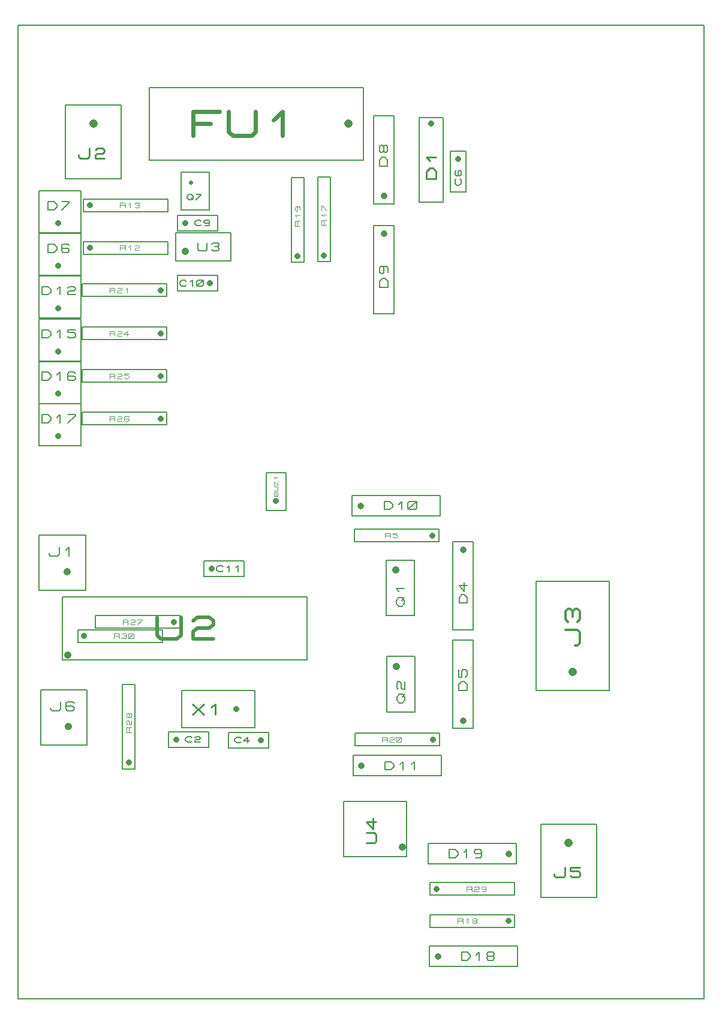
<source format=gbr>
G04 PROTEUS GERBER X2 FILE*
%TF.GenerationSoftware,Labcenter,Proteus,8.15-SP1-Build34318*%
%TF.CreationDate,2023-09-22T16:19:49+00:00*%
%TF.FileFunction,AssemblyDrawing,Top*%
%TF.FilePolarity,Positive*%
%TF.Part,Single*%
%TF.SameCoordinates,{735288ba-824c-4c16-a6a1-7709d7ab745a}*%
%FSLAX45Y45*%
%MOMM*%
G01*
%TA.AperFunction,Profile*%
%ADD20C,0.203200*%
%TA.AperFunction,Material*%
%ADD30C,0.203200*%
%ADD31C,1.219200*%
%ADD32C,0.229610*%
%ADD33C,0.562240*%
%ADD34C,0.812800*%
%ADD35C,0.224020*%
%ADD36C,0.133060*%
%ADD37C,0.190500*%
%ADD38C,0.110230*%
%ADD39C,0.914400*%
%ADD40C,0.186690*%
%ADD41C,0.609600*%
%ADD42C,0.127000*%
%ADD43C,1.016000*%
%ADD44C,0.507080*%
%ADD45C,0.237060*%
%ADD46C,0.211660*%
%ADD47C,0.082550*%
%ADD48C,0.221140*%
%ADD49C,0.331890*%
%TD.AperFunction*%
D20*
X-8214500Y-7201500D02*
X+1472000Y-7201500D01*
X+1472000Y+6540500D01*
X-8214500Y+6540500D01*
X-8214500Y-7201500D01*
D30*
X-7541160Y+4377840D02*
X-6758840Y+4377840D01*
X-6758840Y+5414160D01*
X-7541160Y+5414160D01*
X-7541160Y+4377840D01*
D31*
X-7150000Y+5150000D02*
X-7150000Y+5150000D01*
D32*
X-7356654Y+4710478D02*
X-7356654Y+4687516D01*
X-7330823Y+4664555D01*
X-7227496Y+4664555D01*
X-7201664Y+4687516D01*
X-7201664Y+4802324D01*
X-7124169Y+4779363D02*
X-7098337Y+4802324D01*
X-7020842Y+4802324D01*
X-6995010Y+4779363D01*
X-6995010Y+4756401D01*
X-7020842Y+4733440D01*
X-7098337Y+4733440D01*
X-7124169Y+4710478D01*
X-7124169Y+4664555D01*
X-6995010Y+4664555D01*
D30*
X-6360160Y+4639840D02*
X-3339840Y+4639840D01*
X-3339840Y+5660160D01*
X-6360160Y+5660160D01*
X-6360160Y+4639840D01*
D31*
X-3550000Y+5150000D02*
X-3550000Y+5150000D01*
D33*
X-5744584Y+4981328D02*
X-5744584Y+5318672D01*
X-5365072Y+5318672D01*
X-5744584Y+5150000D02*
X-5491576Y+5150000D01*
X-5238568Y+5318672D02*
X-5238568Y+5037552D01*
X-5175316Y+4981328D01*
X-4922308Y+4981328D01*
X-4859056Y+5037552D01*
X-4859056Y+5318672D01*
X-4606048Y+5206224D02*
X-4479544Y+5318672D01*
X-4479544Y+4981328D01*
D30*
X-2548680Y+4045100D02*
X-2208320Y+4045100D01*
X-2208320Y+5238900D01*
X-2548680Y+5238900D01*
X-2548680Y+4045100D01*
D34*
X-2378500Y+5150000D02*
X-2378500Y+5150000D01*
D35*
X-2311291Y+4375605D02*
X-2445708Y+4375605D01*
X-2445708Y+4476417D01*
X-2400902Y+4526823D01*
X-2356097Y+4526823D01*
X-2311291Y+4476417D01*
X-2311291Y+4375605D01*
X-2400902Y+4627636D02*
X-2445708Y+4678042D01*
X-2311291Y+4678042D01*
D30*
X-2110160Y+4189840D02*
X-1889840Y+4189840D01*
X-1889840Y+4760160D01*
X-2110160Y+4760160D01*
X-2110160Y+4189840D01*
D34*
X-2000000Y+4650000D02*
X-2000000Y+4650000D01*
D36*
X-1973386Y+4369660D02*
X-1960080Y+4354690D01*
X-1960080Y+4309780D01*
X-1986693Y+4279841D01*
X-2013306Y+4279841D01*
X-2039919Y+4309780D01*
X-2039919Y+4354690D01*
X-2026613Y+4369660D01*
X-2026613Y+4489419D02*
X-2039919Y+4474449D01*
X-2039919Y+4429539D01*
X-2026613Y+4414569D01*
X-1973386Y+4414569D01*
X-1960080Y+4429539D01*
X-1960080Y+4474449D01*
X-1973386Y+4489419D01*
X-1986693Y+4489419D01*
X-2000000Y+4474449D01*
X-2000000Y+4414569D01*
D30*
X-7914160Y+3008840D02*
X-7322340Y+3008840D01*
X-7322340Y+3600660D01*
X-7914160Y+3600660D01*
X-7914160Y+3008840D01*
D34*
X-7650000Y+3146000D02*
X-7650000Y+3146000D01*
D37*
X-7789700Y+3336500D02*
X-7789700Y+3450800D01*
X-7703975Y+3450800D01*
X-7661113Y+3412700D01*
X-7661113Y+3374600D01*
X-7703975Y+3336500D01*
X-7789700Y+3336500D01*
X-7489663Y+3431750D02*
X-7511094Y+3450800D01*
X-7575388Y+3450800D01*
X-7596819Y+3431750D01*
X-7596819Y+3355550D01*
X-7575388Y+3336500D01*
X-7511094Y+3336500D01*
X-7489663Y+3355550D01*
X-7489663Y+3374600D01*
X-7511094Y+3393650D01*
X-7596819Y+3393650D01*
D30*
X-7288900Y+3311100D02*
X-6095100Y+3311100D01*
X-6095100Y+3488900D01*
X-7288900Y+3488900D01*
X-7288900Y+3311100D01*
D34*
X-7200000Y+3400000D02*
X-7200000Y+3400000D01*
D38*
X-6776048Y+3366929D02*
X-6776048Y+3433070D01*
X-6714041Y+3433070D01*
X-6701639Y+3422047D01*
X-6701639Y+3411023D01*
X-6714041Y+3400000D01*
X-6776048Y+3400000D01*
X-6714041Y+3400000D02*
X-6701639Y+3388976D01*
X-6701639Y+3366929D01*
X-6652033Y+3411023D02*
X-6627230Y+3433070D01*
X-6627230Y+3366929D01*
X-6565223Y+3422047D02*
X-6552821Y+3433070D01*
X-6515617Y+3433070D01*
X-6503215Y+3422047D01*
X-6503215Y+3411023D01*
X-6515617Y+3400000D01*
X-6552821Y+3400000D01*
X-6565223Y+3388976D01*
X-6565223Y+3366929D01*
X-6503215Y+3366929D01*
D30*
X-7914160Y+3608840D02*
X-7322340Y+3608840D01*
X-7322340Y+4200660D01*
X-7914160Y+4200660D01*
X-7914160Y+3608840D01*
D34*
X-7650000Y+3746000D02*
X-7650000Y+3746000D01*
D37*
X-7789700Y+3936500D02*
X-7789700Y+4050800D01*
X-7703975Y+4050800D01*
X-7661113Y+4012700D01*
X-7661113Y+3974600D01*
X-7703975Y+3936500D01*
X-7789700Y+3936500D01*
X-7596819Y+4050800D02*
X-7489663Y+4050800D01*
X-7489663Y+4031750D01*
X-7596819Y+3936500D01*
D30*
X-7288900Y+3911100D02*
X-6095100Y+3911100D01*
X-6095100Y+4088900D01*
X-7288900Y+4088900D01*
X-7288900Y+3911100D01*
D34*
X-7200000Y+4000000D02*
X-7200000Y+4000000D01*
D38*
X-6776048Y+3966929D02*
X-6776048Y+4033070D01*
X-6714041Y+4033070D01*
X-6701639Y+4022047D01*
X-6701639Y+4011023D01*
X-6714041Y+4000000D01*
X-6776048Y+4000000D01*
X-6714041Y+4000000D02*
X-6701639Y+3988976D01*
X-6701639Y+3966929D01*
X-6652033Y+4011023D02*
X-6627230Y+4033070D01*
X-6627230Y+3966929D01*
X-6565223Y+4022047D02*
X-6552821Y+4033070D01*
X-6515617Y+4033070D01*
X-6503215Y+4022047D01*
X-6503215Y+4011023D01*
X-6515617Y+4000000D01*
X-6503215Y+3988976D01*
X-6503215Y+3977952D01*
X-6515617Y+3966929D01*
X-6552821Y+3966929D01*
X-6565223Y+3977952D01*
X-6540420Y+4000000D02*
X-6515617Y+4000000D01*
D30*
X-3194780Y+4019700D02*
X-2907760Y+4019700D01*
X-2907760Y+5264300D01*
X-3194780Y+5264300D01*
X-3194780Y+4019700D01*
D39*
X-3050000Y+4134000D02*
X-3050000Y+4134000D01*
D40*
X-2995263Y+4553989D02*
X-3107277Y+4553989D01*
X-3107277Y+4637999D01*
X-3069939Y+4680004D01*
X-3032601Y+4680004D01*
X-2995263Y+4637999D01*
X-2995263Y+4553989D01*
X-3051270Y+4764015D02*
X-3069939Y+4743012D01*
X-3088608Y+4743012D01*
X-3107277Y+4764015D01*
X-3107277Y+4827023D01*
X-3088608Y+4848025D01*
X-3069939Y+4848025D01*
X-3051270Y+4827023D01*
X-3051270Y+4764015D01*
X-3032601Y+4743012D01*
X-3013932Y+4743012D01*
X-2995263Y+4764015D01*
X-2995263Y+4827023D01*
X-3013932Y+4848025D01*
X-3032601Y+4848025D01*
X-3051270Y+4827023D01*
D30*
X-3983400Y+3205200D02*
X-3805600Y+3205200D01*
X-3805600Y+4399000D01*
X-3983400Y+4399000D01*
X-3983400Y+3205200D01*
D34*
X-3894500Y+3294100D02*
X-3894500Y+3294100D01*
D38*
X-3861429Y+3718052D02*
X-3927570Y+3718052D01*
X-3927570Y+3780059D01*
X-3916547Y+3792461D01*
X-3905523Y+3792461D01*
X-3894500Y+3780059D01*
X-3894500Y+3718052D01*
X-3894500Y+3780059D02*
X-3883476Y+3792461D01*
X-3861429Y+3792461D01*
X-3905523Y+3842067D02*
X-3927570Y+3866870D01*
X-3861429Y+3866870D01*
X-3927570Y+3928877D02*
X-3927570Y+3990885D01*
X-3916547Y+3990885D01*
X-3861429Y+3928877D01*
D30*
X-5914160Y+3935840D02*
X-5512840Y+3935840D01*
X-5512840Y+4464160D01*
X-5914160Y+4464160D01*
X-5914160Y+3935840D01*
D41*
X-5777000Y+4327000D02*
X-5777000Y+4327000D01*
D42*
X-5827800Y+4128880D02*
X-5799225Y+4154280D01*
X-5770650Y+4154280D01*
X-5742075Y+4128880D01*
X-5742075Y+4103480D01*
X-5770650Y+4078080D01*
X-5799225Y+4078080D01*
X-5827800Y+4103480D01*
X-5827800Y+4128880D01*
X-5770650Y+4103480D02*
X-5742075Y+4078080D01*
X-5699213Y+4154280D02*
X-5627775Y+4154280D01*
X-5627775Y+4141580D01*
X-5699213Y+4078080D01*
D30*
X-4354900Y+3195100D02*
X-4177100Y+3195100D01*
X-4177100Y+4388900D01*
X-4354900Y+4388900D01*
X-4354900Y+3195100D01*
D34*
X-4266000Y+3284000D02*
X-4266000Y+3284000D01*
D38*
X-4232929Y+3707952D02*
X-4299070Y+3707952D01*
X-4299070Y+3769959D01*
X-4288047Y+3782361D01*
X-4277023Y+3782361D01*
X-4266000Y+3769959D01*
X-4266000Y+3707952D01*
X-4266000Y+3769959D02*
X-4254976Y+3782361D01*
X-4232929Y+3782361D01*
X-4277023Y+3831967D02*
X-4299070Y+3856770D01*
X-4232929Y+3856770D01*
X-4277023Y+3980785D02*
X-4266000Y+3968383D01*
X-4266000Y+3931179D01*
X-4277023Y+3918777D01*
X-4288047Y+3918777D01*
X-4299070Y+3931179D01*
X-4299070Y+3968383D01*
X-4288047Y+3980785D01*
X-4243952Y+3980785D01*
X-4232929Y+3968383D01*
X-4232929Y+3931179D01*
D30*
X-3192240Y+2469700D02*
X-2905220Y+2469700D01*
X-2905220Y+3714300D01*
X-3192240Y+3714300D01*
X-3192240Y+2469700D01*
D39*
X-3050000Y+3600000D02*
X-3050000Y+3600000D01*
D40*
X-2992723Y+2843969D02*
X-3104737Y+2843969D01*
X-3104737Y+2927979D01*
X-3067399Y+2969984D01*
X-3030061Y+2969984D01*
X-2992723Y+2927979D01*
X-2992723Y+2843969D01*
X-3067399Y+3138005D02*
X-3048730Y+3117003D01*
X-3048730Y+3053995D01*
X-3067399Y+3032992D01*
X-3086068Y+3032992D01*
X-3104737Y+3053995D01*
X-3104737Y+3117003D01*
X-3086068Y+3138005D01*
X-3011392Y+3138005D01*
X-2992723Y+3117003D01*
X-2992723Y+3053995D01*
D30*
X-5987160Y+3212840D02*
X-5204840Y+3212840D01*
X-5204840Y+3614160D01*
X-5987160Y+3614160D01*
X-5987160Y+3212840D01*
D43*
X-5850000Y+3350000D02*
X-5850000Y+3350000D01*
D37*
X-5674231Y+3470903D02*
X-5674231Y+3375230D01*
X-5652705Y+3356096D01*
X-5566600Y+3356096D01*
X-5545073Y+3375230D01*
X-5545073Y+3470903D01*
X-5480494Y+3451769D02*
X-5458968Y+3470903D01*
X-5394389Y+3470903D01*
X-5372862Y+3451769D01*
X-5372862Y+3432634D01*
X-5394389Y+3413500D01*
X-5372862Y+3394365D01*
X-5372862Y+3375230D01*
X-5394389Y+3356096D01*
X-5458968Y+3356096D01*
X-5480494Y+3375230D01*
X-5437441Y+3413500D02*
X-5394389Y+3413500D01*
D30*
X-5960160Y+2789840D02*
X-5389840Y+2789840D01*
X-5389840Y+3010160D01*
X-5960160Y+3010160D01*
X-5960160Y+2789840D01*
D34*
X-5500000Y+2900000D02*
X-5500000Y+2900000D01*
D36*
X-5840219Y+2873386D02*
X-5855189Y+2860080D01*
X-5900099Y+2860080D01*
X-5930038Y+2886693D01*
X-5930038Y+2913306D01*
X-5900099Y+2939919D01*
X-5855189Y+2939919D01*
X-5840219Y+2926613D01*
X-5780340Y+2913306D02*
X-5750400Y+2939919D01*
X-5750400Y+2860080D01*
X-5690520Y+2873386D02*
X-5690520Y+2926613D01*
X-5675551Y+2939919D01*
X-5615671Y+2939919D01*
X-5600701Y+2926613D01*
X-5600701Y+2873386D01*
X-5615671Y+2860080D01*
X-5675551Y+2860080D01*
X-5690520Y+2873386D01*
X-5690520Y+2860080D02*
X-5600701Y+2939919D01*
D30*
X-5960160Y+3639840D02*
X-5389840Y+3639840D01*
X-5389840Y+3860160D01*
X-5960160Y+3860160D01*
X-5960160Y+3639840D01*
D34*
X-5850000Y+3750000D02*
X-5850000Y+3750000D01*
D36*
X-5629540Y+3723386D02*
X-5644510Y+3710080D01*
X-5689420Y+3710080D01*
X-5719359Y+3736693D01*
X-5719359Y+3763306D01*
X-5689420Y+3789919D01*
X-5644510Y+3789919D01*
X-5629540Y+3776613D01*
X-5509781Y+3763306D02*
X-5524751Y+3750000D01*
X-5569661Y+3750000D01*
X-5584631Y+3763306D01*
X-5584631Y+3776613D01*
X-5569661Y+3789919D01*
X-5524751Y+3789919D01*
X-5509781Y+3776613D01*
X-5509781Y+3723386D01*
X-5524751Y+3710080D01*
X-5569661Y+3710080D01*
D30*
X-7582760Y-2414400D02*
X-4133440Y-2414400D01*
X-4133440Y-1525400D01*
X-7582760Y-1525400D01*
X-7582760Y-2414400D01*
D43*
X-7511100Y-2350900D02*
X-7511100Y-2350900D01*
D44*
X-6253246Y-1817774D02*
X-6253246Y-2071317D01*
X-6196199Y-2122025D01*
X-5968011Y-2122025D01*
X-5910964Y-2071317D01*
X-5910964Y-1817774D01*
X-5739823Y-1868483D02*
X-5682776Y-1817774D01*
X-5511635Y-1817774D01*
X-5454588Y-1868483D01*
X-5454588Y-1919191D01*
X-5511635Y-1969900D01*
X-5682776Y-1969900D01*
X-5739823Y-2020608D01*
X-5739823Y-2122025D01*
X-5454588Y-2122025D01*
D30*
X-5590160Y-1240160D02*
X-5019840Y-1240160D01*
X-5019840Y-1019840D01*
X-5590160Y-1019840D01*
X-5590160Y-1240160D01*
D34*
X-5480000Y-1130000D02*
X-5480000Y-1130000D01*
D36*
X-5319419Y-1156614D02*
X-5334389Y-1169920D01*
X-5379299Y-1169920D01*
X-5409238Y-1143307D01*
X-5409238Y-1116694D01*
X-5379299Y-1090081D01*
X-5334389Y-1090081D01*
X-5319419Y-1103387D01*
X-5259540Y-1116694D02*
X-5229600Y-1090081D01*
X-5229600Y-1169920D01*
X-5139781Y-1116694D02*
X-5109841Y-1090081D01*
X-5109841Y-1169920D01*
D30*
X-5902360Y-3376855D02*
X-4866040Y-3376855D01*
X-4866040Y-2848535D01*
X-5902360Y-2848535D01*
X-5902360Y-3376855D01*
D34*
X-5130200Y-3112695D02*
X-5130200Y-3112695D01*
D45*
X-5749959Y-3041576D02*
X-5589940Y-3183815D01*
X-5749959Y-3183815D02*
X-5589940Y-3041576D01*
X-5483261Y-3088989D02*
X-5429921Y-3041576D01*
X-5429921Y-3183815D01*
D30*
X-6090160Y-3650160D02*
X-5519840Y-3650160D01*
X-5519840Y-3429840D01*
X-6090160Y-3429840D01*
X-6090160Y-3650160D01*
D34*
X-5980000Y-3540000D02*
X-5980000Y-3540000D01*
D36*
X-5759540Y-3566614D02*
X-5774510Y-3579920D01*
X-5819420Y-3579920D01*
X-5849359Y-3553307D01*
X-5849359Y-3526694D01*
X-5819420Y-3500081D01*
X-5774510Y-3500081D01*
X-5759540Y-3513387D01*
X-5714631Y-3513387D02*
X-5699661Y-3500081D01*
X-5654751Y-3500081D01*
X-5639781Y-3513387D01*
X-5639781Y-3526694D01*
X-5654751Y-3540000D01*
X-5699661Y-3540000D01*
X-5714631Y-3553307D01*
X-5714631Y-3579920D01*
X-5639781Y-3579920D01*
D30*
X-5243165Y-3659365D02*
X-4672845Y-3659365D01*
X-4672845Y-3439045D01*
X-5243165Y-3439045D01*
X-5243165Y-3659365D01*
D34*
X-4783005Y-3549205D02*
X-4783005Y-3549205D01*
D36*
X-5063345Y-3575819D02*
X-5078315Y-3589125D01*
X-5123225Y-3589125D01*
X-5153164Y-3562512D01*
X-5153164Y-3535899D01*
X-5123225Y-3509286D01*
X-5078315Y-3509286D01*
X-5063345Y-3522592D01*
X-4943586Y-3562512D02*
X-5033405Y-3562512D01*
X-4973526Y-3509286D01*
X-4973526Y-3589125D01*
D30*
X-7912960Y-1433960D02*
X-7257640Y-1433960D01*
X-7257640Y-651640D01*
X-7912960Y-651640D01*
X-7912960Y-1433960D01*
D43*
X-7521800Y-1169800D02*
X-7521800Y-1169800D01*
D46*
X-7775799Y-906487D02*
X-7775799Y-927654D01*
X-7751987Y-948820D01*
X-7656738Y-948820D01*
X-7632925Y-927654D01*
X-7632925Y-821821D01*
X-7537676Y-864154D02*
X-7490051Y-821821D01*
X-7490051Y-948820D01*
D30*
X-7304900Y+2711100D02*
X-6111100Y+2711100D01*
X-6111100Y+2888900D01*
X-7304900Y+2888900D01*
X-7304900Y+2711100D01*
D34*
X-6200000Y+2800000D02*
X-6200000Y+2800000D01*
D38*
X-6921588Y+2766929D02*
X-6921588Y+2833070D01*
X-6859581Y+2833070D01*
X-6847179Y+2822047D01*
X-6847179Y+2811023D01*
X-6859581Y+2800000D01*
X-6921588Y+2800000D01*
X-6859581Y+2800000D02*
X-6847179Y+2788976D01*
X-6847179Y+2766929D01*
X-6809975Y+2822047D02*
X-6797573Y+2833070D01*
X-6760369Y+2833070D01*
X-6747967Y+2822047D01*
X-6747967Y+2811023D01*
X-6760369Y+2800000D01*
X-6797573Y+2800000D01*
X-6809975Y+2788976D01*
X-6809975Y+2766929D01*
X-6747967Y+2766929D01*
X-6698361Y+2811023D02*
X-6673558Y+2833070D01*
X-6673558Y+2766929D01*
D30*
X-7304900Y+2101100D02*
X-6111100Y+2101100D01*
X-6111100Y+2278900D01*
X-7304900Y+2278900D01*
X-7304900Y+2101100D01*
D34*
X-6200000Y+2190000D02*
X-6200000Y+2190000D01*
D38*
X-6921588Y+2156929D02*
X-6921588Y+2223070D01*
X-6859581Y+2223070D01*
X-6847179Y+2212047D01*
X-6847179Y+2201023D01*
X-6859581Y+2190000D01*
X-6921588Y+2190000D01*
X-6859581Y+2190000D02*
X-6847179Y+2178976D01*
X-6847179Y+2156929D01*
X-6809975Y+2212047D02*
X-6797573Y+2223070D01*
X-6760369Y+2223070D01*
X-6747967Y+2212047D01*
X-6747967Y+2201023D01*
X-6760369Y+2190000D01*
X-6797573Y+2190000D01*
X-6809975Y+2178976D01*
X-6809975Y+2156929D01*
X-6747967Y+2156929D01*
X-6648755Y+2178976D02*
X-6723164Y+2178976D01*
X-6673558Y+2223070D01*
X-6673558Y+2156929D01*
D30*
X-7914160Y+2408840D02*
X-7322340Y+2408840D01*
X-7322340Y+3000660D01*
X-7914160Y+3000660D01*
X-7914160Y+2408840D01*
D34*
X-7650000Y+2546000D02*
X-7650000Y+2546000D01*
D37*
X-7875425Y+2736500D02*
X-7875425Y+2850800D01*
X-7789700Y+2850800D01*
X-7746838Y+2812700D01*
X-7746838Y+2774600D01*
X-7789700Y+2736500D01*
X-7875425Y+2736500D01*
X-7661113Y+2812700D02*
X-7618250Y+2850800D01*
X-7618250Y+2736500D01*
X-7511094Y+2831750D02*
X-7489663Y+2850800D01*
X-7425369Y+2850800D01*
X-7403938Y+2831750D01*
X-7403938Y+2812700D01*
X-7425369Y+2793650D01*
X-7489663Y+2793650D01*
X-7511094Y+2774600D01*
X-7511094Y+2736500D01*
X-7403938Y+2736500D01*
D30*
X-7914160Y+1798840D02*
X-7322340Y+1798840D01*
X-7322340Y+2390660D01*
X-7914160Y+2390660D01*
X-7914160Y+1798840D01*
D34*
X-7650000Y+1936000D02*
X-7650000Y+1936000D01*
D37*
X-7875425Y+2126500D02*
X-7875425Y+2240800D01*
X-7789700Y+2240800D01*
X-7746838Y+2202700D01*
X-7746838Y+2164600D01*
X-7789700Y+2126500D01*
X-7875425Y+2126500D01*
X-7661113Y+2202700D02*
X-7618250Y+2240800D01*
X-7618250Y+2126500D01*
X-7403938Y+2240800D02*
X-7511094Y+2240800D01*
X-7511094Y+2202700D01*
X-7425369Y+2202700D01*
X-7403938Y+2183650D01*
X-7403938Y+2145550D01*
X-7425369Y+2126500D01*
X-7489663Y+2126500D01*
X-7511094Y+2145550D01*
D30*
X-7914160Y+1202840D02*
X-7322340Y+1202840D01*
X-7322340Y+1794660D01*
X-7914160Y+1794660D01*
X-7914160Y+1202840D01*
D34*
X-7650000Y+1340000D02*
X-7650000Y+1340000D01*
D37*
X-7875425Y+1530500D02*
X-7875425Y+1644800D01*
X-7789700Y+1644800D01*
X-7746838Y+1606700D01*
X-7746838Y+1568600D01*
X-7789700Y+1530500D01*
X-7875425Y+1530500D01*
X-7661113Y+1606700D02*
X-7618250Y+1644800D01*
X-7618250Y+1530500D01*
X-7403938Y+1625750D02*
X-7425369Y+1644800D01*
X-7489663Y+1644800D01*
X-7511094Y+1625750D01*
X-7511094Y+1549550D01*
X-7489663Y+1530500D01*
X-7425369Y+1530500D01*
X-7403938Y+1549550D01*
X-7403938Y+1568600D01*
X-7425369Y+1587650D01*
X-7511094Y+1587650D01*
D30*
X-7914160Y+602840D02*
X-7322340Y+602840D01*
X-7322340Y+1194660D01*
X-7914160Y+1194660D01*
X-7914160Y+602840D01*
D34*
X-7650000Y+740000D02*
X-7650000Y+740000D01*
D37*
X-7875425Y+930500D02*
X-7875425Y+1044800D01*
X-7789700Y+1044800D01*
X-7746838Y+1006700D01*
X-7746838Y+968600D01*
X-7789700Y+930500D01*
X-7875425Y+930500D01*
X-7661113Y+1006700D02*
X-7618250Y+1044800D01*
X-7618250Y+930500D01*
X-7511094Y+1044800D02*
X-7403938Y+1044800D01*
X-7403938Y+1025750D01*
X-7511094Y+930500D01*
D30*
X-7304900Y+1501100D02*
X-6111100Y+1501100D01*
X-6111100Y+1678900D01*
X-7304900Y+1678900D01*
X-7304900Y+1501100D01*
D34*
X-6200000Y+1590000D02*
X-6200000Y+1590000D01*
D38*
X-6921588Y+1556929D02*
X-6921588Y+1623070D01*
X-6859581Y+1623070D01*
X-6847179Y+1612047D01*
X-6847179Y+1601023D01*
X-6859581Y+1590000D01*
X-6921588Y+1590000D01*
X-6859581Y+1590000D02*
X-6847179Y+1578976D01*
X-6847179Y+1556929D01*
X-6809975Y+1612047D02*
X-6797573Y+1623070D01*
X-6760369Y+1623070D01*
X-6747967Y+1612047D01*
X-6747967Y+1601023D01*
X-6760369Y+1590000D01*
X-6797573Y+1590000D01*
X-6809975Y+1578976D01*
X-6809975Y+1556929D01*
X-6747967Y+1556929D01*
X-6648755Y+1623070D02*
X-6710763Y+1623070D01*
X-6710763Y+1601023D01*
X-6661157Y+1601023D01*
X-6648755Y+1590000D01*
X-6648755Y+1567952D01*
X-6661157Y+1556929D01*
X-6698361Y+1556929D01*
X-6710763Y+1567952D01*
D30*
X-7304900Y+901100D02*
X-6111100Y+901100D01*
X-6111100Y+1078900D01*
X-7304900Y+1078900D01*
X-7304900Y+901100D01*
D34*
X-6200000Y+990000D02*
X-6200000Y+990000D01*
D38*
X-6921588Y+956929D02*
X-6921588Y+1023070D01*
X-6859581Y+1023070D01*
X-6847179Y+1012047D01*
X-6847179Y+1001023D01*
X-6859581Y+990000D01*
X-6921588Y+990000D01*
X-6859581Y+990000D02*
X-6847179Y+978976D01*
X-6847179Y+956929D01*
X-6809975Y+1012047D02*
X-6797573Y+1023070D01*
X-6760369Y+1023070D01*
X-6747967Y+1012047D01*
X-6747967Y+1001023D01*
X-6760369Y+990000D01*
X-6797573Y+990000D01*
X-6809975Y+978976D01*
X-6809975Y+956929D01*
X-6747967Y+956929D01*
X-6648755Y+1012047D02*
X-6661157Y+1023070D01*
X-6698361Y+1023070D01*
X-6710763Y+1012047D01*
X-6710763Y+967952D01*
X-6698361Y+956929D01*
X-6661157Y+956929D01*
X-6648755Y+967952D01*
X-6648755Y+978976D01*
X-6661157Y+990000D01*
X-6710763Y+990000D01*
D30*
X-4707160Y-307160D02*
X-4432840Y-307160D01*
X-4432840Y+221160D01*
X-4707160Y+221160D01*
X-4707160Y-307160D01*
D34*
X-4570000Y-170000D02*
X-4570000Y-170000D01*
D47*
X-4545235Y-102690D02*
X-4594765Y-102690D01*
X-4594765Y-56256D01*
X-4586510Y-46969D01*
X-4578255Y-46969D01*
X-4570000Y-56256D01*
X-4561745Y-46969D01*
X-4553490Y-46969D01*
X-4545235Y-56256D01*
X-4545235Y-102690D01*
X-4570000Y-102690D02*
X-4570000Y-56256D01*
X-4594765Y-28395D02*
X-4553490Y-28395D01*
X-4545235Y-19109D01*
X-4545235Y+18039D01*
X-4553490Y+27326D01*
X-4594765Y+27326D01*
X-4594765Y+45900D02*
X-4594765Y+101621D01*
X-4545235Y+45900D01*
X-4545235Y+101621D01*
X-4578255Y+138768D02*
X-4594765Y+157342D01*
X-4545235Y+157342D01*
D30*
X-829320Y-5772160D02*
X-47000Y-5772160D01*
X-47000Y-4735840D01*
X-829320Y-4735840D01*
X-829320Y-5772160D01*
D31*
X-438160Y-5000000D02*
X-438160Y-5000000D01*
D32*
X-644814Y-5439522D02*
X-644814Y-5462484D01*
X-618983Y-5485445D01*
X-515656Y-5485445D01*
X-489824Y-5462484D01*
X-489824Y-5347676D01*
X-283170Y-5347676D02*
X-412329Y-5347676D01*
X-412329Y-5393599D01*
X-309002Y-5393599D01*
X-283170Y-5416560D01*
X-283170Y-5462484D01*
X-309002Y-5485445D01*
X-386497Y-5485445D01*
X-412329Y-5462484D01*
D30*
X-7118900Y-1968900D02*
X-5925100Y-1968900D01*
X-5925100Y-1791100D01*
X-7118900Y-1791100D01*
X-7118900Y-1968900D01*
D34*
X-6014000Y-1880000D02*
X-6014000Y-1880000D01*
D38*
X-6735588Y-1913071D02*
X-6735588Y-1846930D01*
X-6673581Y-1846930D01*
X-6661179Y-1857953D01*
X-6661179Y-1868977D01*
X-6673581Y-1880000D01*
X-6735588Y-1880000D01*
X-6673581Y-1880000D02*
X-6661179Y-1891024D01*
X-6661179Y-1913071D01*
X-6623975Y-1857953D02*
X-6611573Y-1846930D01*
X-6574369Y-1846930D01*
X-6561967Y-1857953D01*
X-6561967Y-1868977D01*
X-6574369Y-1880000D01*
X-6611573Y-1880000D01*
X-6623975Y-1891024D01*
X-6623975Y-1913071D01*
X-6561967Y-1913071D01*
X-6524763Y-1846930D02*
X-6462755Y-1846930D01*
X-6462755Y-1857953D01*
X-6524763Y-1913071D01*
D30*
X-6738900Y-3954900D02*
X-6561100Y-3954900D01*
X-6561100Y-2761100D01*
X-6738900Y-2761100D01*
X-6738900Y-3954900D01*
D34*
X-6650000Y-3866000D02*
X-6650000Y-3866000D01*
D38*
X-6616929Y-3442048D02*
X-6683070Y-3442048D01*
X-6683070Y-3380041D01*
X-6672047Y-3367639D01*
X-6661023Y-3367639D01*
X-6650000Y-3380041D01*
X-6650000Y-3442048D01*
X-6650000Y-3380041D02*
X-6638976Y-3367639D01*
X-6616929Y-3367639D01*
X-6672047Y-3330435D02*
X-6683070Y-3318033D01*
X-6683070Y-3280829D01*
X-6672047Y-3268427D01*
X-6661023Y-3268427D01*
X-6650000Y-3280829D01*
X-6650000Y-3318033D01*
X-6638976Y-3330435D01*
X-6616929Y-3330435D01*
X-6616929Y-3268427D01*
X-6650000Y-3218821D02*
X-6661023Y-3231223D01*
X-6672047Y-3231223D01*
X-6683070Y-3218821D01*
X-6683070Y-3181617D01*
X-6672047Y-3169215D01*
X-6661023Y-3169215D01*
X-6650000Y-3181617D01*
X-6650000Y-3218821D01*
X-6638976Y-3231223D01*
X-6627952Y-3231223D01*
X-6616929Y-3218821D01*
X-6616929Y-3181617D01*
X-6627952Y-3169215D01*
X-6638976Y-3169215D01*
X-6650000Y-3181617D01*
D30*
X-3613660Y-5195160D02*
X-2724660Y-5195160D01*
X-2724660Y-4412840D01*
X-3613660Y-4412840D01*
X-3613660Y-5195160D01*
D43*
X-2788160Y-5058000D02*
X-2788160Y-5058000D01*
D48*
X-3292655Y-5003034D02*
X-3182080Y-5003034D01*
X-3159965Y-4978155D01*
X-3159965Y-4878638D01*
X-3182080Y-4853759D01*
X-3292655Y-4853759D01*
X-3204195Y-4654725D02*
X-3204195Y-4804000D01*
X-3292655Y-4704483D01*
X-3159965Y-4704483D01*
D30*
X-2402460Y-6742240D02*
X-1157860Y-6742240D01*
X-1157860Y-6455220D01*
X-2402460Y-6455220D01*
X-2402460Y-6742240D01*
D39*
X-2288160Y-6600000D02*
X-2288160Y-6600000D01*
D40*
X-1952181Y-6654737D02*
X-1952181Y-6542723D01*
X-1868171Y-6542723D01*
X-1826166Y-6580061D01*
X-1826166Y-6617399D01*
X-1868171Y-6654737D01*
X-1952181Y-6654737D01*
X-1742155Y-6580061D02*
X-1700150Y-6542723D01*
X-1700150Y-6654737D01*
X-1574134Y-6598730D02*
X-1595137Y-6580061D01*
X-1595137Y-6561392D01*
X-1574134Y-6542723D01*
X-1511126Y-6542723D01*
X-1490124Y-6561392D01*
X-1490124Y-6580061D01*
X-1511126Y-6598730D01*
X-1574134Y-6598730D01*
X-1595137Y-6617399D01*
X-1595137Y-6636068D01*
X-1574134Y-6654737D01*
X-1511126Y-6654737D01*
X-1490124Y-6636068D01*
X-1490124Y-6617399D01*
X-1511126Y-6598730D01*
D30*
X-2393060Y-6188900D02*
X-1199260Y-6188900D01*
X-1199260Y-6011100D01*
X-2393060Y-6011100D01*
X-2393060Y-6188900D01*
D34*
X-1288160Y-6100000D02*
X-1288160Y-6100000D01*
D38*
X-2009748Y-6133071D02*
X-2009748Y-6066930D01*
X-1947741Y-6066930D01*
X-1935339Y-6077953D01*
X-1935339Y-6088977D01*
X-1947741Y-6100000D01*
X-2009748Y-6100000D01*
X-1947741Y-6100000D02*
X-1935339Y-6111024D01*
X-1935339Y-6133071D01*
X-1885733Y-6088977D02*
X-1860930Y-6066930D01*
X-1860930Y-6133071D01*
X-1786521Y-6100000D02*
X-1798923Y-6088977D01*
X-1798923Y-6077953D01*
X-1786521Y-6066930D01*
X-1749317Y-6066930D01*
X-1736915Y-6077953D01*
X-1736915Y-6088977D01*
X-1749317Y-6100000D01*
X-1786521Y-6100000D01*
X-1798923Y-6111024D01*
X-1798923Y-6122048D01*
X-1786521Y-6133071D01*
X-1749317Y-6133071D01*
X-1736915Y-6122048D01*
X-1736915Y-6111024D01*
X-1749317Y-6100000D01*
D30*
X-2393060Y-5738900D02*
X-1199260Y-5738900D01*
X-1199260Y-5561100D01*
X-2393060Y-5561100D01*
X-2393060Y-5738900D01*
D34*
X-2304160Y-5650000D02*
X-2304160Y-5650000D01*
D38*
X-1880208Y-5683071D02*
X-1880208Y-5616930D01*
X-1818201Y-5616930D01*
X-1805799Y-5627953D01*
X-1805799Y-5638977D01*
X-1818201Y-5650000D01*
X-1880208Y-5650000D01*
X-1818201Y-5650000D02*
X-1805799Y-5661024D01*
X-1805799Y-5683071D01*
X-1768595Y-5627953D02*
X-1756193Y-5616930D01*
X-1718989Y-5616930D01*
X-1706587Y-5627953D01*
X-1706587Y-5638977D01*
X-1718989Y-5650000D01*
X-1756193Y-5650000D01*
X-1768595Y-5661024D01*
X-1768595Y-5683071D01*
X-1706587Y-5683071D01*
X-1607375Y-5638977D02*
X-1619777Y-5650000D01*
X-1656981Y-5650000D01*
X-1669383Y-5638977D01*
X-1669383Y-5627953D01*
X-1656981Y-5616930D01*
X-1619777Y-5616930D01*
X-1607375Y-5627953D01*
X-1607375Y-5672048D01*
X-1619777Y-5683071D01*
X-1656981Y-5683071D01*
D30*
X-7368900Y-2168900D02*
X-6175100Y-2168900D01*
X-6175100Y-1991100D01*
X-7368900Y-1991100D01*
X-7368900Y-2168900D01*
D34*
X-7280000Y-2080000D02*
X-7280000Y-2080000D01*
D38*
X-6856048Y-2113071D02*
X-6856048Y-2046930D01*
X-6794041Y-2046930D01*
X-6781639Y-2057953D01*
X-6781639Y-2068977D01*
X-6794041Y-2080000D01*
X-6856048Y-2080000D01*
X-6794041Y-2080000D02*
X-6781639Y-2091024D01*
X-6781639Y-2113071D01*
X-6744435Y-2057953D02*
X-6732033Y-2046930D01*
X-6694829Y-2046930D01*
X-6682427Y-2057953D01*
X-6682427Y-2068977D01*
X-6694829Y-2080000D01*
X-6682427Y-2091024D01*
X-6682427Y-2102048D01*
X-6694829Y-2113071D01*
X-6732033Y-2113071D01*
X-6744435Y-2102048D01*
X-6719632Y-2080000D02*
X-6694829Y-2080000D01*
X-6657624Y-2102048D02*
X-6657624Y-2057953D01*
X-6645223Y-2046930D01*
X-6595617Y-2046930D01*
X-6583215Y-2057953D01*
X-6583215Y-2102048D01*
X-6595617Y-2113071D01*
X-6645223Y-2113071D01*
X-6657624Y-2102048D01*
X-6657624Y-2113071D02*
X-6583215Y-2046930D01*
D30*
X-2418460Y-5294780D02*
X-1173860Y-5294780D01*
X-1173860Y-5007760D01*
X-2418460Y-5007760D01*
X-2418460Y-5294780D01*
D39*
X-1288160Y-5150000D02*
X-1288160Y-5150000D01*
D40*
X-2128201Y-5207277D02*
X-2128201Y-5095263D01*
X-2044191Y-5095263D01*
X-2002186Y-5132601D01*
X-2002186Y-5169939D01*
X-2044191Y-5207277D01*
X-2128201Y-5207277D01*
X-1918175Y-5132601D02*
X-1876170Y-5095263D01*
X-1876170Y-5207277D01*
X-1666144Y-5132601D02*
X-1687146Y-5151270D01*
X-1750154Y-5151270D01*
X-1771157Y-5132601D01*
X-1771157Y-5113932D01*
X-1750154Y-5095263D01*
X-1687146Y-5095263D01*
X-1666144Y-5113932D01*
X-1666144Y-5188608D01*
X-1687146Y-5207277D01*
X-1750154Y-5207277D01*
D30*
X-7891160Y-3618160D02*
X-7235840Y-3618160D01*
X-7235840Y-2835840D01*
X-7891160Y-2835840D01*
X-7891160Y-3618160D01*
D43*
X-7500000Y-3354000D02*
X-7500000Y-3354000D01*
D46*
X-7753999Y-3090687D02*
X-7753999Y-3111854D01*
X-7730187Y-3133020D01*
X-7634938Y-3133020D01*
X-7611125Y-3111854D01*
X-7611125Y-3006021D01*
X-7420626Y-3027187D02*
X-7444439Y-3006021D01*
X-7515876Y-3006021D01*
X-7539688Y-3027187D01*
X-7539688Y-3111854D01*
X-7515876Y-3133020D01*
X-7444439Y-3133020D01*
X-7420626Y-3111854D01*
X-7420626Y-3090687D01*
X-7444439Y-3069520D01*
X-7539688Y-3069520D01*
D30*
X-898160Y-2852160D02*
X+138160Y-2852160D01*
X+138160Y-1307840D01*
X-898160Y-1307840D01*
X-898160Y-2852160D01*
D31*
X-380000Y-2588000D02*
X-380000Y-2588000D01*
D49*
X-346811Y-2216143D02*
X-313621Y-2216143D01*
X-280432Y-2178806D01*
X-280432Y-2029454D01*
X-313621Y-1992116D01*
X-479568Y-1992116D01*
X-446379Y-1880103D02*
X-479568Y-1842765D01*
X-479568Y-1730751D01*
X-446379Y-1693413D01*
X-413189Y-1693413D01*
X-380000Y-1730751D01*
X-346811Y-1693413D01*
X-313621Y-1693413D01*
X-280432Y-1730751D01*
X-280432Y-1842765D01*
X-313621Y-1880103D01*
X-380000Y-1805427D02*
X-380000Y-1730751D01*
D30*
X-3017160Y-1791160D02*
X-2615840Y-1791160D01*
X-2615840Y-1008840D01*
X-3017160Y-1008840D01*
X-3017160Y-1791160D01*
D43*
X-2880000Y-1146000D02*
X-2880000Y-1146000D01*
D37*
X-2835634Y-1666191D02*
X-2873903Y-1623139D01*
X-2873903Y-1580086D01*
X-2835634Y-1537033D01*
X-2797365Y-1537033D01*
X-2759096Y-1580086D01*
X-2759096Y-1623139D01*
X-2797365Y-1666191D01*
X-2835634Y-1666191D01*
X-2797365Y-1580086D02*
X-2759096Y-1537033D01*
X-2835634Y-1450928D02*
X-2873903Y-1407875D01*
X-2759096Y-1407875D01*
D30*
X-3007160Y-3151160D02*
X-2605840Y-3151160D01*
X-2605840Y-2368840D01*
X-3007160Y-2368840D01*
X-3007160Y-3151160D01*
D43*
X-2870000Y-2506000D02*
X-2870000Y-2506000D01*
D37*
X-2825634Y-3026191D02*
X-2863903Y-2983139D01*
X-2863903Y-2940086D01*
X-2825634Y-2897033D01*
X-2787365Y-2897033D01*
X-2749096Y-2940086D01*
X-2749096Y-2983139D01*
X-2787365Y-3026191D01*
X-2825634Y-3026191D01*
X-2787365Y-2940086D02*
X-2749096Y-2897033D01*
X-2844769Y-2832454D02*
X-2863903Y-2810928D01*
X-2863903Y-2746349D01*
X-2844769Y-2724822D01*
X-2825634Y-2724822D01*
X-2806500Y-2746349D01*
X-2806500Y-2810928D01*
X-2787365Y-2832454D01*
X-2749096Y-2832454D01*
X-2749096Y-2724822D01*
D30*
X-2074780Y-3384300D02*
X-1787760Y-3384300D01*
X-1787760Y-2139700D01*
X-2074780Y-2139700D01*
X-2074780Y-3384300D01*
D39*
X-1930000Y-3270000D02*
X-1930000Y-3270000D01*
D40*
X-1875263Y-2850011D02*
X-1987277Y-2850011D01*
X-1987277Y-2766001D01*
X-1949939Y-2723996D01*
X-1912601Y-2723996D01*
X-1875263Y-2766001D01*
X-1875263Y-2850011D01*
X-1987277Y-2555975D02*
X-1987277Y-2660988D01*
X-1949939Y-2660988D01*
X-1949939Y-2576977D01*
X-1931270Y-2555975D01*
X-1893932Y-2555975D01*
X-1875263Y-2576977D01*
X-1875263Y-2639985D01*
X-1893932Y-2660988D01*
D30*
X-2072240Y-1990300D02*
X-1785220Y-1990300D01*
X-1785220Y-745700D01*
X-2072240Y-745700D01*
X-2072240Y-1990300D01*
D39*
X-1930000Y-860000D02*
X-1930000Y-860000D01*
D40*
X-1872723Y-1616031D02*
X-1984737Y-1616031D01*
X-1984737Y-1532021D01*
X-1947399Y-1490016D01*
X-1910061Y-1490016D01*
X-1872723Y-1532021D01*
X-1872723Y-1616031D01*
X-1910061Y-1321995D02*
X-1910061Y-1448010D01*
X-1984737Y-1364000D01*
X-1872723Y-1364000D01*
D30*
X-3458900Y-3628900D02*
X-2265100Y-3628900D01*
X-2265100Y-3451100D01*
X-3458900Y-3451100D01*
X-3458900Y-3628900D01*
D34*
X-2354000Y-3540000D02*
X-2354000Y-3540000D01*
D38*
X-3075588Y-3573071D02*
X-3075588Y-3506930D01*
X-3013581Y-3506930D01*
X-3001179Y-3517953D01*
X-3001179Y-3528977D01*
X-3013581Y-3540000D01*
X-3075588Y-3540000D01*
X-3013581Y-3540000D02*
X-3001179Y-3551024D01*
X-3001179Y-3573071D01*
X-2963975Y-3517953D02*
X-2951573Y-3506930D01*
X-2914369Y-3506930D01*
X-2901967Y-3517953D01*
X-2901967Y-3528977D01*
X-2914369Y-3540000D01*
X-2951573Y-3540000D01*
X-2963975Y-3551024D01*
X-2963975Y-3573071D01*
X-2901967Y-3573071D01*
X-2877164Y-3562048D02*
X-2877164Y-3517953D01*
X-2864763Y-3506930D01*
X-2815157Y-3506930D01*
X-2802755Y-3517953D01*
X-2802755Y-3562048D01*
X-2815157Y-3573071D01*
X-2864763Y-3573071D01*
X-2877164Y-3562048D01*
X-2877164Y-3573071D02*
X-2802755Y-3506930D01*
D30*
X-3484300Y-4052240D02*
X-2239700Y-4052240D01*
X-2239700Y-3765220D01*
X-3484300Y-3765220D01*
X-3484300Y-4052240D01*
D39*
X-3370000Y-3910000D02*
X-3370000Y-3910000D01*
D40*
X-3034021Y-3964737D02*
X-3034021Y-3852723D01*
X-2950011Y-3852723D01*
X-2908006Y-3890061D01*
X-2908006Y-3927399D01*
X-2950011Y-3964737D01*
X-3034021Y-3964737D01*
X-2823995Y-3890061D02*
X-2781990Y-3852723D01*
X-2781990Y-3964737D01*
X-2655974Y-3890061D02*
X-2613969Y-3852723D01*
X-2613969Y-3964737D01*
D30*
X-3464900Y-748900D02*
X-2271100Y-748900D01*
X-2271100Y-571100D01*
X-3464900Y-571100D01*
X-3464900Y-748900D01*
D34*
X-2360000Y-660000D02*
X-2360000Y-660000D01*
D38*
X-3031982Y-693071D02*
X-3031982Y-626930D01*
X-2969975Y-626930D01*
X-2957573Y-637953D01*
X-2957573Y-648977D01*
X-2969975Y-660000D01*
X-3031982Y-660000D01*
X-2969975Y-660000D02*
X-2957573Y-671024D01*
X-2957573Y-693071D01*
X-2858361Y-626930D02*
X-2920369Y-626930D01*
X-2920369Y-648977D01*
X-2870763Y-648977D01*
X-2858361Y-660000D01*
X-2858361Y-682048D01*
X-2870763Y-693071D01*
X-2907967Y-693071D01*
X-2920369Y-682048D01*
D30*
X-3494300Y-382240D02*
X-2249700Y-382240D01*
X-2249700Y-95220D01*
X-3494300Y-95220D01*
X-3494300Y-382240D01*
D39*
X-3380000Y-240000D02*
X-3380000Y-240000D01*
D40*
X-3044021Y-294737D02*
X-3044021Y-182723D01*
X-2960011Y-182723D01*
X-2918006Y-220061D01*
X-2918006Y-257399D01*
X-2960011Y-294737D01*
X-3044021Y-294737D01*
X-2833995Y-220061D02*
X-2791990Y-182723D01*
X-2791990Y-294737D01*
X-2707979Y-276068D02*
X-2707979Y-201392D01*
X-2686977Y-182723D01*
X-2602966Y-182723D01*
X-2581964Y-201392D01*
X-2581964Y-276068D01*
X-2602966Y-294737D01*
X-2686977Y-294737D01*
X-2707979Y-276068D01*
X-2707979Y-294737D02*
X-2581964Y-182723D01*
M02*

</source>
